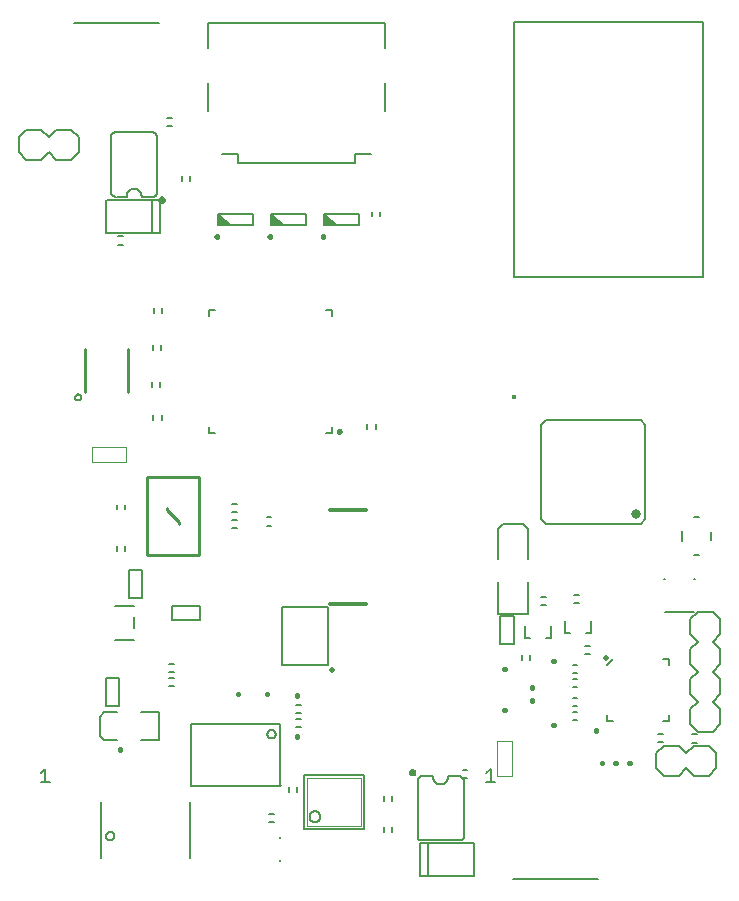
<source format=gbr>
G04 EAGLE Gerber RS-274X export*
G75*
%MOMM*%
%FSLAX34Y34*%
%LPD*%
%INSilkscreen Top*%
%IPPOS*%
%AMOC8*
5,1,8,0,0,1.08239X$1,22.5*%
G01*
%ADD10C,0.038100*%
%ADD11C,0.152400*%
%ADD12C,0.254000*%
%ADD13R,0.300000X0.400000*%
%ADD14C,0.127000*%
%ADD15C,0.800000*%
%ADD16C,0.250000*%
%ADD17C,0.200000*%
%ADD18C,0.203200*%
%ADD19C,0.406400*%
%ADD20C,0.508000*%
%ADD21R,0.200000X0.200000*%
%ADD22C,0.500000*%
%ADD23C,0.304800*%
%ADD24C,0.050800*%

G36*
X165520Y571730D02*
X165520Y571730D01*
X165522Y571732D01*
X165523Y571731D01*
X166194Y571966D01*
X166195Y571967D01*
X166196Y571967D01*
X166798Y572345D01*
X166799Y572347D01*
X166801Y572347D01*
X167303Y572849D01*
X167303Y572851D01*
X167305Y572852D01*
X167683Y573454D01*
X167683Y573455D01*
X167684Y573456D01*
X167919Y574127D01*
X167919Y574129D01*
X167920Y574130D01*
X167999Y574836D01*
X167999Y574837D01*
X167998Y574838D01*
X167999Y574839D01*
X167920Y575545D01*
X167918Y575547D01*
X167919Y575548D01*
X167684Y576219D01*
X167683Y576220D01*
X167683Y576221D01*
X167305Y576823D01*
X167303Y576824D01*
X167303Y576826D01*
X166801Y577328D01*
X166799Y577328D01*
X166798Y577330D01*
X166196Y577708D01*
X166195Y577708D01*
X166194Y577709D01*
X165523Y577944D01*
X165521Y577944D01*
X165520Y577945D01*
X164814Y578024D01*
X164812Y578023D01*
X164811Y578024D01*
X164105Y577945D01*
X164103Y577943D01*
X164102Y577944D01*
X163431Y577709D01*
X163430Y577708D01*
X163429Y577708D01*
X162827Y577330D01*
X162826Y577328D01*
X162824Y577328D01*
X162322Y576826D01*
X162322Y576824D01*
X162320Y576823D01*
X161942Y576221D01*
X161942Y576220D01*
X161941Y576219D01*
X161706Y575548D01*
X161707Y575546D01*
X161705Y575545D01*
X161626Y574839D01*
X161627Y574837D01*
X161626Y574836D01*
X161705Y574130D01*
X161707Y574128D01*
X161706Y574127D01*
X161941Y573456D01*
X161942Y573455D01*
X161942Y573454D01*
X162320Y572852D01*
X162322Y572851D01*
X162322Y572849D01*
X162824Y572347D01*
X162826Y572347D01*
X162827Y572345D01*
X163429Y571967D01*
X163430Y571967D01*
X163431Y571966D01*
X164102Y571731D01*
X164104Y571732D01*
X164105Y571730D01*
X164811Y571651D01*
X164813Y571652D01*
X164814Y571651D01*
X165520Y571730D01*
G37*
G36*
X377895Y87055D02*
X377895Y87055D01*
X377897Y87057D01*
X377898Y87056D01*
X378569Y87291D01*
X378570Y87292D01*
X378571Y87292D01*
X379173Y87670D01*
X379174Y87672D01*
X379176Y87672D01*
X379678Y88174D01*
X379678Y88176D01*
X379680Y88177D01*
X380058Y88779D01*
X380058Y88780D01*
X380059Y88781D01*
X380294Y89452D01*
X380294Y89454D01*
X380295Y89455D01*
X380374Y90161D01*
X380374Y90162D01*
X380373Y90163D01*
X380374Y90164D01*
X380295Y90870D01*
X380293Y90872D01*
X380294Y90873D01*
X380059Y91544D01*
X380058Y91545D01*
X380058Y91546D01*
X379680Y92148D01*
X379678Y92149D01*
X379678Y92151D01*
X379176Y92653D01*
X379174Y92653D01*
X379173Y92655D01*
X378571Y93033D01*
X378570Y93033D01*
X378569Y93034D01*
X377898Y93269D01*
X377896Y93269D01*
X377895Y93270D01*
X377189Y93349D01*
X377187Y93348D01*
X377186Y93349D01*
X376480Y93270D01*
X376478Y93268D01*
X376477Y93269D01*
X375806Y93034D01*
X375805Y93033D01*
X375804Y93033D01*
X375202Y92655D01*
X375201Y92653D01*
X375199Y92653D01*
X374697Y92151D01*
X374697Y92149D01*
X374695Y92148D01*
X374317Y91546D01*
X374317Y91545D01*
X374316Y91544D01*
X374081Y90873D01*
X374082Y90871D01*
X374080Y90870D01*
X374001Y90164D01*
X374002Y90162D01*
X374001Y90161D01*
X374080Y89455D01*
X374082Y89453D01*
X374081Y89452D01*
X374316Y88781D01*
X374317Y88780D01*
X374317Y88779D01*
X374695Y88177D01*
X374697Y88176D01*
X374697Y88174D01*
X375199Y87672D01*
X375201Y87672D01*
X375202Y87670D01*
X375804Y87292D01*
X375805Y87292D01*
X375806Y87291D01*
X376477Y87056D01*
X376479Y87057D01*
X376480Y87055D01*
X377186Y86976D01*
X377188Y86977D01*
X377189Y86976D01*
X377895Y87055D01*
G37*
D10*
X460840Y116583D02*
X460840Y87119D01*
X448648Y87119D01*
X448648Y116583D01*
X460840Y116583D01*
X134788Y353490D02*
X105324Y353490D01*
X105324Y365682D01*
X134788Y365682D01*
X134788Y353490D01*
D11*
X91286Y407968D02*
X91288Y408068D01*
X91294Y408169D01*
X91304Y408268D01*
X91318Y408368D01*
X91335Y408467D01*
X91357Y408565D01*
X91383Y408662D01*
X91412Y408758D01*
X91445Y408852D01*
X91482Y408946D01*
X91522Y409038D01*
X91566Y409128D01*
X91614Y409216D01*
X91665Y409303D01*
X91719Y409387D01*
X91777Y409469D01*
X91838Y409549D01*
X91902Y409626D01*
X91969Y409701D01*
X92039Y409773D01*
X92112Y409842D01*
X92187Y409908D01*
X92265Y409972D01*
X92345Y410032D01*
X92428Y410089D01*
X92513Y410142D01*
X92600Y410192D01*
X92689Y410239D01*
X92779Y410282D01*
X92871Y410322D01*
X92965Y410358D01*
X93060Y410390D01*
X93156Y410418D01*
X93254Y410443D01*
X93352Y410463D01*
X93451Y410480D01*
X93551Y410493D01*
X93650Y410502D01*
X93751Y410507D01*
X93851Y410508D01*
X93951Y410505D01*
X94052Y410498D01*
X94151Y410487D01*
X94251Y410472D01*
X94349Y410454D01*
X94447Y410431D01*
X94544Y410404D01*
X94639Y410374D01*
X94734Y410340D01*
X94827Y410302D01*
X94918Y410261D01*
X95008Y410216D01*
X95096Y410168D01*
X95182Y410116D01*
X95266Y410061D01*
X95347Y410002D01*
X95426Y409940D01*
X95503Y409876D01*
X95577Y409808D01*
X95648Y409737D01*
X95717Y409664D01*
X95782Y409588D01*
X95845Y409509D01*
X95904Y409428D01*
X95960Y409345D01*
X96013Y409260D01*
X96062Y409172D01*
X96108Y409083D01*
X96150Y408992D01*
X96189Y408899D01*
X96224Y408805D01*
X96255Y408710D01*
X96283Y408613D01*
X96306Y408516D01*
X96326Y408417D01*
X96342Y408318D01*
X96354Y408219D01*
X96362Y408118D01*
X96366Y408018D01*
X96366Y407918D01*
X96362Y407818D01*
X96354Y407717D01*
X96342Y407618D01*
X96326Y407519D01*
X96306Y407420D01*
X96283Y407323D01*
X96255Y407226D01*
X96224Y407131D01*
X96189Y407037D01*
X96150Y406944D01*
X96108Y406853D01*
X96062Y406764D01*
X96013Y406676D01*
X95960Y406591D01*
X95904Y406508D01*
X95845Y406427D01*
X95782Y406348D01*
X95717Y406272D01*
X95648Y406199D01*
X95577Y406128D01*
X95503Y406060D01*
X95426Y405996D01*
X95347Y405934D01*
X95266Y405875D01*
X95182Y405820D01*
X95096Y405768D01*
X95008Y405720D01*
X94918Y405675D01*
X94827Y405634D01*
X94734Y405596D01*
X94639Y405562D01*
X94544Y405532D01*
X94447Y405505D01*
X94349Y405482D01*
X94251Y405464D01*
X94151Y405449D01*
X94052Y405438D01*
X93951Y405431D01*
X93851Y405428D01*
X93751Y405429D01*
X93650Y405434D01*
X93551Y405443D01*
X93451Y405456D01*
X93352Y405473D01*
X93254Y405493D01*
X93156Y405518D01*
X93060Y405546D01*
X92965Y405578D01*
X92871Y405614D01*
X92779Y405654D01*
X92689Y405697D01*
X92600Y405744D01*
X92513Y405794D01*
X92428Y405847D01*
X92345Y405904D01*
X92265Y405964D01*
X92187Y406028D01*
X92112Y406094D01*
X92039Y406163D01*
X91969Y406235D01*
X91902Y406310D01*
X91838Y406387D01*
X91777Y406467D01*
X91719Y406549D01*
X91665Y406633D01*
X91614Y406720D01*
X91566Y406808D01*
X91522Y406898D01*
X91482Y406990D01*
X91445Y407084D01*
X91412Y407178D01*
X91383Y407274D01*
X91357Y407371D01*
X91335Y407469D01*
X91318Y407568D01*
X91304Y407668D01*
X91294Y407767D01*
X91288Y407868D01*
X91286Y407968D01*
D12*
X136498Y412794D02*
X136498Y448862D01*
X99414Y448862D02*
X99414Y412794D01*
D11*
X439508Y89487D02*
X443237Y93216D01*
X443237Y82030D01*
X446965Y82030D02*
X439508Y82030D01*
X66047Y93216D02*
X62318Y89487D01*
X66047Y93216D02*
X66047Y82030D01*
X69775Y82030D02*
X62318Y82030D01*
D13*
X463042Y407924D03*
D14*
X462788Y725678D02*
X622808Y725678D01*
X622808Y509778D01*
X462788Y509778D01*
X462788Y725678D01*
X574098Y304678D02*
X570098Y300678D01*
X574098Y304678D02*
X574098Y384678D01*
X570098Y388678D01*
X490098Y388678D01*
X486098Y384678D01*
X486098Y304678D01*
X490098Y300678D01*
X570098Y300678D01*
D15*
X566098Y308678D03*
D16*
X313806Y378996D02*
X313808Y379066D01*
X313814Y379136D01*
X313824Y379205D01*
X313837Y379274D01*
X313855Y379342D01*
X313876Y379409D01*
X313901Y379474D01*
X313930Y379538D01*
X313962Y379601D01*
X313998Y379661D01*
X314037Y379719D01*
X314079Y379775D01*
X314124Y379829D01*
X314172Y379880D01*
X314223Y379928D01*
X314277Y379973D01*
X314333Y380015D01*
X314391Y380054D01*
X314451Y380090D01*
X314514Y380122D01*
X314578Y380151D01*
X314643Y380176D01*
X314710Y380197D01*
X314778Y380215D01*
X314847Y380228D01*
X314916Y380238D01*
X314986Y380244D01*
X315056Y380246D01*
X315126Y380244D01*
X315196Y380238D01*
X315265Y380228D01*
X315334Y380215D01*
X315402Y380197D01*
X315469Y380176D01*
X315534Y380151D01*
X315598Y380122D01*
X315661Y380090D01*
X315721Y380054D01*
X315779Y380015D01*
X315835Y379973D01*
X315889Y379928D01*
X315940Y379880D01*
X315988Y379829D01*
X316033Y379775D01*
X316075Y379719D01*
X316114Y379661D01*
X316150Y379601D01*
X316182Y379538D01*
X316211Y379474D01*
X316236Y379409D01*
X316257Y379342D01*
X316275Y379274D01*
X316288Y379205D01*
X316298Y379136D01*
X316304Y379066D01*
X316306Y378996D01*
X316304Y378926D01*
X316298Y378856D01*
X316288Y378787D01*
X316275Y378718D01*
X316257Y378650D01*
X316236Y378583D01*
X316211Y378518D01*
X316182Y378454D01*
X316150Y378391D01*
X316114Y378331D01*
X316075Y378273D01*
X316033Y378217D01*
X315988Y378163D01*
X315940Y378112D01*
X315889Y378064D01*
X315835Y378019D01*
X315779Y377977D01*
X315721Y377938D01*
X315661Y377902D01*
X315598Y377870D01*
X315534Y377841D01*
X315469Y377816D01*
X315402Y377795D01*
X315334Y377777D01*
X315265Y377764D01*
X315196Y377754D01*
X315126Y377748D01*
X315056Y377746D01*
X314986Y377748D01*
X314916Y377754D01*
X314847Y377764D01*
X314778Y377777D01*
X314710Y377795D01*
X314643Y377816D01*
X314578Y377841D01*
X314514Y377870D01*
X314451Y377902D01*
X314391Y377938D01*
X314333Y377977D01*
X314277Y378019D01*
X314223Y378064D01*
X314172Y378112D01*
X314124Y378163D01*
X314079Y378217D01*
X314037Y378273D01*
X313998Y378331D01*
X313962Y378391D01*
X313930Y378454D01*
X313901Y378518D01*
X313876Y378583D01*
X313855Y378650D01*
X313837Y378718D01*
X313824Y378787D01*
X313814Y378856D01*
X313808Y378926D01*
X313806Y378996D01*
D17*
X209556Y481496D02*
X204556Y481496D01*
X308556Y382496D02*
X308556Y377496D01*
X308556Y476496D02*
X308556Y481496D01*
X204556Y481496D02*
X204556Y476496D01*
X204556Y382496D02*
X204556Y377496D01*
X209556Y377496D01*
X303556Y377496D02*
X308556Y377496D01*
X308556Y481496D02*
X303556Y481496D01*
D12*
X179166Y302406D02*
X179166Y300406D01*
X196166Y274406D02*
X196166Y340406D01*
X196166Y274406D02*
X152166Y274406D01*
X152166Y340406D02*
X196166Y340406D01*
X152166Y340406D02*
X152166Y274406D01*
X179166Y302406D02*
X169166Y312406D01*
X169166Y314406D01*
D17*
X253594Y299166D02*
X257594Y299166D01*
X257594Y306166D02*
X253594Y306166D01*
X126556Y312996D02*
X126556Y316996D01*
X133556Y316996D02*
X133556Y312996D01*
X133556Y281996D02*
X133556Y277996D01*
X126556Y277996D02*
X126556Y281996D01*
X345806Y381406D02*
X345806Y385406D01*
X338806Y385406D02*
X338806Y381406D01*
X164806Y479406D02*
X164806Y483406D01*
X157806Y483406D02*
X157806Y479406D01*
X164056Y451996D02*
X164056Y447996D01*
X157056Y447996D02*
X157056Y451996D01*
X156556Y420996D02*
X156556Y416996D01*
X163556Y416996D02*
X163556Y420996D01*
X164556Y392996D02*
X164556Y388996D01*
X157556Y388996D02*
X157556Y392996D01*
X224166Y310906D02*
X228166Y310906D01*
X228166Y317906D02*
X224166Y317906D01*
X224166Y296906D02*
X228166Y296906D01*
X228166Y303906D02*
X224166Y303906D01*
D11*
X148356Y261522D02*
X148356Y237628D01*
X136680Y237628D01*
X136680Y261522D02*
X148356Y261522D01*
X136680Y261522D02*
X136680Y237628D01*
X173128Y219144D02*
X197022Y219144D01*
X173128Y219144D02*
X173128Y230820D01*
X197022Y230820D02*
X197022Y219144D01*
X197022Y230820D02*
X173128Y230820D01*
D18*
X141184Y202264D02*
X125056Y202264D01*
X125056Y231496D02*
X141184Y231496D01*
X141184Y221496D02*
X141184Y212424D01*
D17*
X449056Y224746D02*
X475056Y224746D01*
X475056Y270746D02*
X475056Y296246D01*
X470556Y300746D01*
X449056Y296246D02*
X449056Y270746D01*
X453556Y300746D02*
X470556Y300746D01*
X453556Y300746D02*
X449056Y296246D01*
X449056Y251746D02*
X449056Y224746D01*
X475056Y224746D02*
X475056Y251746D01*
D11*
X451152Y222734D02*
X451152Y198840D01*
X451152Y222734D02*
X462828Y222734D01*
X462828Y198840D02*
X451152Y198840D01*
X462828Y198840D02*
X462828Y222734D01*
D16*
X210036Y543966D02*
X210038Y544035D01*
X210044Y544104D01*
X210054Y544172D01*
X210068Y544240D01*
X210085Y544307D01*
X210107Y544373D01*
X210132Y544437D01*
X210161Y544500D01*
X210194Y544561D01*
X210230Y544620D01*
X210269Y544677D01*
X210312Y544731D01*
X210357Y544783D01*
X210406Y544833D01*
X210457Y544879D01*
X210511Y544922D01*
X210568Y544963D01*
X210626Y544999D01*
X210687Y545033D01*
X210749Y545063D01*
X210813Y545089D01*
X210878Y545111D01*
X210945Y545130D01*
X211013Y545145D01*
X211081Y545156D01*
X211150Y545163D01*
X211219Y545166D01*
X211288Y545165D01*
X211357Y545160D01*
X211425Y545151D01*
X211493Y545138D01*
X211560Y545121D01*
X211627Y545101D01*
X211691Y545076D01*
X211754Y545048D01*
X211816Y545017D01*
X211875Y544981D01*
X211933Y544943D01*
X211988Y544901D01*
X212041Y544856D01*
X212091Y544808D01*
X212138Y544758D01*
X212182Y544704D01*
X212223Y544649D01*
X212261Y544591D01*
X212295Y544531D01*
X212326Y544469D01*
X212353Y544405D01*
X212376Y544340D01*
X212396Y544274D01*
X212412Y544206D01*
X212424Y544138D01*
X212432Y544070D01*
X212436Y544001D01*
X212436Y543931D01*
X212432Y543862D01*
X212424Y543794D01*
X212412Y543726D01*
X212396Y543658D01*
X212376Y543592D01*
X212353Y543527D01*
X212326Y543463D01*
X212295Y543401D01*
X212261Y543341D01*
X212223Y543283D01*
X212182Y543228D01*
X212138Y543174D01*
X212091Y543124D01*
X212041Y543076D01*
X211988Y543031D01*
X211933Y542989D01*
X211875Y542951D01*
X211816Y542915D01*
X211754Y542884D01*
X211691Y542856D01*
X211627Y542831D01*
X211560Y542811D01*
X211493Y542794D01*
X211425Y542781D01*
X211357Y542772D01*
X211288Y542767D01*
X211219Y542766D01*
X211150Y542769D01*
X211081Y542776D01*
X211013Y542787D01*
X210945Y542802D01*
X210878Y542821D01*
X210813Y542843D01*
X210749Y542869D01*
X210687Y542899D01*
X210626Y542933D01*
X210568Y542969D01*
X210511Y543010D01*
X210457Y543053D01*
X210406Y543099D01*
X210357Y543149D01*
X210312Y543201D01*
X210269Y543255D01*
X210230Y543312D01*
X210194Y543371D01*
X210161Y543432D01*
X210132Y543495D01*
X210107Y543559D01*
X210085Y543625D01*
X210068Y543692D01*
X210054Y543760D01*
X210044Y543828D01*
X210038Y543897D01*
X210036Y543966D01*
D17*
X214056Y553496D02*
X212056Y555496D01*
X212056Y557496D02*
X216056Y553496D01*
X218056Y553496D02*
X212056Y559496D01*
X212056Y563496D02*
X242056Y563496D01*
X220056Y553496D02*
X212056Y561496D01*
X212056Y563496D02*
X222056Y553496D01*
X212056Y553496D02*
X212056Y563496D01*
X242056Y563496D02*
X242056Y553496D01*
X212056Y553496D01*
D16*
X255036Y543966D02*
X255038Y544035D01*
X255044Y544104D01*
X255054Y544172D01*
X255068Y544240D01*
X255085Y544307D01*
X255107Y544373D01*
X255132Y544437D01*
X255161Y544500D01*
X255194Y544561D01*
X255230Y544620D01*
X255269Y544677D01*
X255312Y544731D01*
X255357Y544783D01*
X255406Y544833D01*
X255457Y544879D01*
X255511Y544922D01*
X255568Y544963D01*
X255626Y544999D01*
X255687Y545033D01*
X255749Y545063D01*
X255813Y545089D01*
X255878Y545111D01*
X255945Y545130D01*
X256013Y545145D01*
X256081Y545156D01*
X256150Y545163D01*
X256219Y545166D01*
X256288Y545165D01*
X256357Y545160D01*
X256425Y545151D01*
X256493Y545138D01*
X256560Y545121D01*
X256627Y545101D01*
X256691Y545076D01*
X256754Y545048D01*
X256816Y545017D01*
X256875Y544981D01*
X256933Y544943D01*
X256988Y544901D01*
X257041Y544856D01*
X257091Y544808D01*
X257138Y544758D01*
X257182Y544704D01*
X257223Y544649D01*
X257261Y544591D01*
X257295Y544531D01*
X257326Y544469D01*
X257353Y544405D01*
X257376Y544340D01*
X257396Y544274D01*
X257412Y544206D01*
X257424Y544138D01*
X257432Y544070D01*
X257436Y544001D01*
X257436Y543931D01*
X257432Y543862D01*
X257424Y543794D01*
X257412Y543726D01*
X257396Y543658D01*
X257376Y543592D01*
X257353Y543527D01*
X257326Y543463D01*
X257295Y543401D01*
X257261Y543341D01*
X257223Y543283D01*
X257182Y543228D01*
X257138Y543174D01*
X257091Y543124D01*
X257041Y543076D01*
X256988Y543031D01*
X256933Y542989D01*
X256875Y542951D01*
X256816Y542915D01*
X256754Y542884D01*
X256691Y542856D01*
X256627Y542831D01*
X256560Y542811D01*
X256493Y542794D01*
X256425Y542781D01*
X256357Y542772D01*
X256288Y542767D01*
X256219Y542766D01*
X256150Y542769D01*
X256081Y542776D01*
X256013Y542787D01*
X255945Y542802D01*
X255878Y542821D01*
X255813Y542843D01*
X255749Y542869D01*
X255687Y542899D01*
X255626Y542933D01*
X255568Y542969D01*
X255511Y543010D01*
X255457Y543053D01*
X255406Y543099D01*
X255357Y543149D01*
X255312Y543201D01*
X255269Y543255D01*
X255230Y543312D01*
X255194Y543371D01*
X255161Y543432D01*
X255132Y543495D01*
X255107Y543559D01*
X255085Y543625D01*
X255068Y543692D01*
X255054Y543760D01*
X255044Y543828D01*
X255038Y543897D01*
X255036Y543966D01*
D17*
X259056Y553496D02*
X257056Y555496D01*
X257056Y557496D02*
X261056Y553496D01*
X263056Y553496D02*
X257056Y559496D01*
X257056Y563496D02*
X287056Y563496D01*
X265056Y553496D02*
X257056Y561496D01*
X257056Y563496D02*
X267056Y553496D01*
X257056Y553496D02*
X257056Y563496D01*
X287056Y563496D02*
X287056Y553496D01*
X257056Y553496D01*
D16*
X300036Y543966D02*
X300038Y544035D01*
X300044Y544104D01*
X300054Y544172D01*
X300068Y544240D01*
X300085Y544307D01*
X300107Y544373D01*
X300132Y544437D01*
X300161Y544500D01*
X300194Y544561D01*
X300230Y544620D01*
X300269Y544677D01*
X300312Y544731D01*
X300357Y544783D01*
X300406Y544833D01*
X300457Y544879D01*
X300511Y544922D01*
X300568Y544963D01*
X300626Y544999D01*
X300687Y545033D01*
X300749Y545063D01*
X300813Y545089D01*
X300878Y545111D01*
X300945Y545130D01*
X301013Y545145D01*
X301081Y545156D01*
X301150Y545163D01*
X301219Y545166D01*
X301288Y545165D01*
X301357Y545160D01*
X301425Y545151D01*
X301493Y545138D01*
X301560Y545121D01*
X301627Y545101D01*
X301691Y545076D01*
X301754Y545048D01*
X301816Y545017D01*
X301875Y544981D01*
X301933Y544943D01*
X301988Y544901D01*
X302041Y544856D01*
X302091Y544808D01*
X302138Y544758D01*
X302182Y544704D01*
X302223Y544649D01*
X302261Y544591D01*
X302295Y544531D01*
X302326Y544469D01*
X302353Y544405D01*
X302376Y544340D01*
X302396Y544274D01*
X302412Y544206D01*
X302424Y544138D01*
X302432Y544070D01*
X302436Y544001D01*
X302436Y543931D01*
X302432Y543862D01*
X302424Y543794D01*
X302412Y543726D01*
X302396Y543658D01*
X302376Y543592D01*
X302353Y543527D01*
X302326Y543463D01*
X302295Y543401D01*
X302261Y543341D01*
X302223Y543283D01*
X302182Y543228D01*
X302138Y543174D01*
X302091Y543124D01*
X302041Y543076D01*
X301988Y543031D01*
X301933Y542989D01*
X301875Y542951D01*
X301816Y542915D01*
X301754Y542884D01*
X301691Y542856D01*
X301627Y542831D01*
X301560Y542811D01*
X301493Y542794D01*
X301425Y542781D01*
X301357Y542772D01*
X301288Y542767D01*
X301219Y542766D01*
X301150Y542769D01*
X301081Y542776D01*
X301013Y542787D01*
X300945Y542802D01*
X300878Y542821D01*
X300813Y542843D01*
X300749Y542869D01*
X300687Y542899D01*
X300626Y542933D01*
X300568Y542969D01*
X300511Y543010D01*
X300457Y543053D01*
X300406Y543099D01*
X300357Y543149D01*
X300312Y543201D01*
X300269Y543255D01*
X300230Y543312D01*
X300194Y543371D01*
X300161Y543432D01*
X300132Y543495D01*
X300107Y543559D01*
X300085Y543625D01*
X300068Y543692D01*
X300054Y543760D01*
X300044Y543828D01*
X300038Y543897D01*
X300036Y543966D01*
D17*
X304056Y553496D02*
X302056Y555496D01*
X302056Y557496D02*
X306056Y553496D01*
X308056Y553496D02*
X302056Y559496D01*
X302056Y563496D02*
X332056Y563496D01*
X310056Y553496D02*
X302056Y561496D01*
X302056Y563496D02*
X312056Y553496D01*
X302056Y553496D02*
X302056Y563496D01*
X332056Y563496D02*
X332056Y553496D01*
X302056Y553496D01*
X354056Y703496D02*
X354056Y724996D01*
X354056Y673996D02*
X354056Y649996D01*
X354056Y724996D02*
X204056Y724996D01*
X328556Y613496D02*
X342056Y613496D01*
X328556Y613496D02*
X328556Y605996D01*
X204056Y703496D02*
X204056Y724996D01*
X204056Y673996D02*
X204056Y649996D01*
X229556Y605996D02*
X328556Y605996D01*
X229556Y605996D02*
X229556Y613496D01*
X216056Y613496D01*
X349556Y564996D02*
X349556Y560996D01*
X342556Y560996D02*
X342556Y564996D01*
D18*
X265100Y131000D02*
X189100Y131000D01*
X189100Y79000D01*
X265100Y79000D01*
D14*
X265100Y79250D02*
X265350Y79250D01*
D18*
X265100Y79250D02*
X265100Y131000D01*
X253988Y122780D02*
X253990Y122899D01*
X253996Y123019D01*
X254006Y123138D01*
X254020Y123256D01*
X254038Y123374D01*
X254059Y123492D01*
X254085Y123608D01*
X254114Y123724D01*
X254148Y123839D01*
X254185Y123952D01*
X254226Y124064D01*
X254270Y124175D01*
X254318Y124285D01*
X254370Y124392D01*
X254425Y124498D01*
X254484Y124602D01*
X254547Y124704D01*
X254612Y124803D01*
X254681Y124901D01*
X254753Y124996D01*
X254828Y125089D01*
X254907Y125179D01*
X254988Y125267D01*
X255072Y125351D01*
X255159Y125433D01*
X255248Y125512D01*
X255340Y125588D01*
X255435Y125661D01*
X255532Y125731D01*
X255631Y125797D01*
X255733Y125860D01*
X255836Y125920D01*
X255941Y125976D01*
X256048Y126029D01*
X256157Y126078D01*
X256268Y126124D01*
X256380Y126165D01*
X256493Y126203D01*
X256607Y126238D01*
X256723Y126268D01*
X256839Y126295D01*
X256956Y126317D01*
X257074Y126336D01*
X257193Y126351D01*
X257312Y126362D01*
X257431Y126369D01*
X257550Y126372D01*
X257670Y126371D01*
X257789Y126366D01*
X257908Y126357D01*
X258027Y126344D01*
X258145Y126327D01*
X258262Y126307D01*
X258379Y126282D01*
X258495Y126253D01*
X258610Y126221D01*
X258724Y126185D01*
X258837Y126145D01*
X258948Y126101D01*
X259057Y126054D01*
X259165Y126003D01*
X259272Y125949D01*
X259376Y125891D01*
X259478Y125829D01*
X259579Y125765D01*
X259677Y125696D01*
X259773Y125625D01*
X259866Y125551D01*
X259957Y125473D01*
X260045Y125393D01*
X260130Y125309D01*
X260213Y125223D01*
X260293Y125134D01*
X260370Y125043D01*
X260443Y124949D01*
X260514Y124852D01*
X260581Y124754D01*
X260645Y124653D01*
X260706Y124550D01*
X260763Y124445D01*
X260816Y124339D01*
X260866Y124230D01*
X260913Y124120D01*
X260955Y124009D01*
X260994Y123896D01*
X261030Y123782D01*
X261061Y123666D01*
X261088Y123550D01*
X261112Y123433D01*
X261132Y123315D01*
X261148Y123197D01*
X261160Y123078D01*
X261168Y122959D01*
X261172Y122840D01*
X261172Y122720D01*
X261168Y122601D01*
X261160Y122482D01*
X261148Y122363D01*
X261132Y122245D01*
X261112Y122127D01*
X261088Y122010D01*
X261061Y121894D01*
X261030Y121778D01*
X260994Y121664D01*
X260955Y121551D01*
X260913Y121440D01*
X260866Y121330D01*
X260816Y121221D01*
X260763Y121115D01*
X260706Y121010D01*
X260645Y120907D01*
X260581Y120806D01*
X260514Y120708D01*
X260443Y120611D01*
X260370Y120517D01*
X260293Y120426D01*
X260213Y120337D01*
X260130Y120251D01*
X260045Y120167D01*
X259957Y120087D01*
X259866Y120009D01*
X259773Y119935D01*
X259677Y119864D01*
X259579Y119795D01*
X259478Y119731D01*
X259376Y119669D01*
X259272Y119611D01*
X259165Y119557D01*
X259057Y119506D01*
X258948Y119459D01*
X258837Y119415D01*
X258724Y119375D01*
X258610Y119339D01*
X258495Y119307D01*
X258379Y119278D01*
X258262Y119253D01*
X258145Y119233D01*
X258027Y119216D01*
X257908Y119203D01*
X257789Y119194D01*
X257670Y119189D01*
X257550Y119188D01*
X257431Y119191D01*
X257312Y119198D01*
X257193Y119209D01*
X257074Y119224D01*
X256956Y119243D01*
X256839Y119265D01*
X256723Y119292D01*
X256607Y119322D01*
X256493Y119357D01*
X256380Y119395D01*
X256268Y119436D01*
X256157Y119482D01*
X256048Y119531D01*
X255941Y119584D01*
X255836Y119640D01*
X255733Y119700D01*
X255631Y119763D01*
X255532Y119829D01*
X255435Y119899D01*
X255340Y119972D01*
X255248Y120048D01*
X255159Y120127D01*
X255072Y120209D01*
X254988Y120293D01*
X254907Y120381D01*
X254828Y120471D01*
X254753Y120564D01*
X254681Y120659D01*
X254612Y120757D01*
X254547Y120856D01*
X254484Y120958D01*
X254425Y121062D01*
X254370Y121168D01*
X254318Y121275D01*
X254270Y121385D01*
X254226Y121496D01*
X254185Y121608D01*
X254148Y121721D01*
X254114Y121836D01*
X254085Y121952D01*
X254059Y122068D01*
X254038Y122186D01*
X254020Y122304D01*
X254006Y122422D01*
X253996Y122541D01*
X253990Y122661D01*
X253988Y122780D01*
D19*
X229450Y156345D02*
X229450Y156955D01*
X253550Y156955D02*
X253550Y156345D01*
D14*
X112900Y65500D02*
X112900Y17500D01*
X188900Y17500D02*
X188900Y65500D01*
X117295Y36500D02*
X117297Y36620D01*
X117303Y36740D01*
X117313Y36859D01*
X117327Y36978D01*
X117345Y37096D01*
X117366Y37214D01*
X117392Y37331D01*
X117422Y37448D01*
X117455Y37563D01*
X117492Y37677D01*
X117533Y37789D01*
X117578Y37900D01*
X117626Y38010D01*
X117678Y38118D01*
X117734Y38224D01*
X117793Y38328D01*
X117856Y38431D01*
X117921Y38531D01*
X117991Y38629D01*
X118063Y38724D01*
X118138Y38817D01*
X118217Y38908D01*
X118298Y38996D01*
X118383Y39081D01*
X118470Y39163D01*
X118560Y39242D01*
X118652Y39319D01*
X118747Y39392D01*
X118845Y39462D01*
X118944Y39528D01*
X119046Y39592D01*
X119150Y39652D01*
X119255Y39708D01*
X119363Y39761D01*
X119472Y39810D01*
X119583Y39856D01*
X119695Y39898D01*
X119809Y39936D01*
X119924Y39970D01*
X120040Y40001D01*
X120156Y40027D01*
X120274Y40050D01*
X120392Y40069D01*
X120511Y40084D01*
X120631Y40095D01*
X120750Y40102D01*
X120870Y40105D01*
X120990Y40104D01*
X121110Y40099D01*
X121229Y40090D01*
X121348Y40077D01*
X121467Y40060D01*
X121585Y40039D01*
X121702Y40015D01*
X121819Y39986D01*
X121934Y39954D01*
X122048Y39917D01*
X122161Y39877D01*
X122273Y39833D01*
X122383Y39786D01*
X122491Y39735D01*
X122598Y39680D01*
X122702Y39622D01*
X122805Y39560D01*
X122906Y39495D01*
X123004Y39427D01*
X123101Y39355D01*
X123194Y39281D01*
X123285Y39203D01*
X123374Y39122D01*
X123460Y39039D01*
X123543Y38952D01*
X123623Y38863D01*
X123700Y38771D01*
X123774Y38677D01*
X123844Y38580D01*
X123912Y38481D01*
X123976Y38380D01*
X124037Y38276D01*
X124094Y38171D01*
X124148Y38064D01*
X124198Y37955D01*
X124245Y37845D01*
X124288Y37733D01*
X124327Y37620D01*
X124362Y37505D01*
X124394Y37390D01*
X124421Y37273D01*
X124445Y37155D01*
X124465Y37037D01*
X124481Y36919D01*
X124493Y36799D01*
X124501Y36680D01*
X124505Y36560D01*
X124505Y36440D01*
X124501Y36320D01*
X124493Y36201D01*
X124481Y36081D01*
X124465Y35963D01*
X124445Y35845D01*
X124421Y35727D01*
X124394Y35610D01*
X124362Y35495D01*
X124327Y35380D01*
X124288Y35267D01*
X124245Y35155D01*
X124198Y35045D01*
X124148Y34936D01*
X124094Y34829D01*
X124037Y34724D01*
X123976Y34620D01*
X123912Y34519D01*
X123844Y34420D01*
X123774Y34323D01*
X123700Y34229D01*
X123623Y34137D01*
X123543Y34048D01*
X123460Y33961D01*
X123374Y33878D01*
X123285Y33797D01*
X123194Y33719D01*
X123101Y33645D01*
X123004Y33573D01*
X122906Y33505D01*
X122805Y33440D01*
X122703Y33378D01*
X122598Y33320D01*
X122491Y33265D01*
X122383Y33214D01*
X122273Y33167D01*
X122161Y33123D01*
X122048Y33083D01*
X121934Y33046D01*
X121819Y33014D01*
X121702Y32985D01*
X121585Y32961D01*
X121467Y32940D01*
X121348Y32923D01*
X121229Y32910D01*
X121110Y32901D01*
X120990Y32896D01*
X120870Y32895D01*
X120750Y32898D01*
X120631Y32905D01*
X120511Y32916D01*
X120392Y32931D01*
X120274Y32950D01*
X120156Y32973D01*
X120040Y32999D01*
X119924Y33030D01*
X119809Y33064D01*
X119695Y33102D01*
X119583Y33144D01*
X119472Y33190D01*
X119363Y33239D01*
X119255Y33292D01*
X119150Y33348D01*
X119046Y33408D01*
X118944Y33472D01*
X118845Y33538D01*
X118747Y33608D01*
X118652Y33681D01*
X118560Y33758D01*
X118470Y33837D01*
X118383Y33919D01*
X118298Y34004D01*
X118217Y34092D01*
X118138Y34183D01*
X118063Y34276D01*
X117991Y34371D01*
X117921Y34469D01*
X117856Y34569D01*
X117793Y34672D01*
X117734Y34776D01*
X117678Y34882D01*
X117626Y34990D01*
X117578Y35100D01*
X117533Y35211D01*
X117492Y35323D01*
X117455Y35437D01*
X117422Y35552D01*
X117392Y35669D01*
X117366Y35786D01*
X117345Y35904D01*
X117327Y36022D01*
X117313Y36141D01*
X117303Y36260D01*
X117297Y36380D01*
X117295Y36500D01*
X90700Y725150D02*
X162700Y725150D01*
X462000Y250D02*
X534000Y250D01*
D18*
X589000Y186270D02*
X594270Y186270D01*
X594270Y181000D01*
X594270Y139000D02*
X594270Y133730D01*
X589000Y133730D01*
X547000Y133730D02*
X541730Y133730D01*
X541730Y139000D01*
X541730Y181000D02*
X547000Y186270D01*
D20*
X541110Y186890D03*
D17*
X516500Y134500D02*
X512500Y134500D01*
X512500Y141500D02*
X516500Y141500D01*
X516500Y146500D02*
X512500Y146500D01*
X512500Y153500D02*
X516500Y153500D01*
X516500Y162500D02*
X512500Y162500D01*
X512500Y169500D02*
X516500Y169500D01*
X516500Y174500D02*
X512500Y174500D01*
X512500Y181500D02*
X516500Y181500D01*
D19*
X496805Y130500D02*
X496195Y130500D01*
X478000Y150695D02*
X478000Y151305D01*
X478000Y162195D02*
X478000Y162805D01*
X496195Y185000D02*
X496805Y185000D01*
X532000Y126305D02*
X532000Y125695D01*
X560195Y98500D02*
X560805Y98500D01*
X549305Y98500D02*
X548695Y98500D01*
X537805Y98500D02*
X537195Y98500D01*
D18*
X121537Y581632D02*
X121537Y628368D01*
X156653Y632178D02*
X156766Y632194D01*
X156880Y632205D01*
X156994Y632212D01*
X157108Y632216D01*
X157223Y632215D01*
X157337Y632211D01*
X157451Y632203D01*
X157565Y632191D01*
X157678Y632175D01*
X157790Y632155D01*
X157902Y632131D01*
X158013Y632104D01*
X158123Y632072D01*
X158232Y632037D01*
X158340Y631999D01*
X158446Y631956D01*
X158550Y631910D01*
X158654Y631861D01*
X158755Y631808D01*
X158854Y631752D01*
X158952Y631692D01*
X159047Y631629D01*
X159140Y631562D01*
X159231Y631493D01*
X159319Y631421D01*
X159405Y631345D01*
X159489Y631267D01*
X159569Y631186D01*
X159647Y631102D01*
X159722Y631015D01*
X159793Y630926D01*
X159862Y630835D01*
X159928Y630741D01*
X159990Y630646D01*
X160049Y630548D01*
X160105Y630448D01*
X160157Y630346D01*
X160206Y630243D01*
X160251Y630138D01*
X160292Y630031D01*
X160330Y629923D01*
X160365Y629814D01*
X160395Y629704D01*
X160422Y629593D01*
X160444Y629481D01*
X160463Y629368D01*
X121537Y581632D02*
X121554Y581502D01*
X121575Y581373D01*
X121600Y581244D01*
X121628Y581116D01*
X121661Y580989D01*
X121697Y580863D01*
X121738Y580738D01*
X121782Y580615D01*
X121829Y580493D01*
X121881Y580372D01*
X121935Y580253D01*
X121994Y580136D01*
X122056Y580021D01*
X122121Y579907D01*
X122190Y579795D01*
X122263Y579686D01*
X122338Y579579D01*
X122417Y579474D01*
X122499Y579372D01*
X122584Y579272D01*
X122671Y579175D01*
X122762Y579080D01*
X122856Y578988D01*
X122952Y578899D01*
X123051Y578813D01*
X123152Y578731D01*
X123256Y578651D01*
X123363Y578574D01*
X123471Y578501D01*
X123582Y578431D01*
X123695Y578364D01*
X123810Y578301D01*
X123926Y578241D01*
X124045Y578185D01*
X124165Y578132D01*
X124286Y578083D01*
X124409Y578038D01*
X124534Y577996D01*
X124659Y577958D01*
X124786Y577925D01*
X124913Y577894D01*
X125042Y577868D01*
X125171Y577846D01*
X125301Y577827D01*
X125431Y577813D01*
X125562Y577802D01*
X125693Y577796D01*
X125824Y577793D01*
X125955Y577794D01*
X126086Y577800D01*
X126216Y577809D01*
X126347Y577822D01*
X121537Y628368D02*
X121539Y628490D01*
X121545Y628612D01*
X121555Y628734D01*
X121568Y628855D01*
X121586Y628976D01*
X121607Y629096D01*
X121632Y629216D01*
X121661Y629335D01*
X121694Y629452D01*
X121731Y629569D01*
X121771Y629684D01*
X121815Y629798D01*
X121863Y629910D01*
X121914Y630021D01*
X121969Y630130D01*
X122027Y630238D01*
X122089Y630343D01*
X122154Y630447D01*
X122222Y630548D01*
X122293Y630647D01*
X122368Y630744D01*
X122446Y630838D01*
X122526Y630930D01*
X122610Y631019D01*
X122696Y631105D01*
X122785Y631189D01*
X122877Y631269D01*
X122971Y631347D01*
X123068Y631422D01*
X123167Y631493D01*
X123268Y631561D01*
X123372Y631626D01*
X123477Y631688D01*
X123585Y631746D01*
X123694Y631801D01*
X123805Y631852D01*
X123917Y631900D01*
X124031Y631944D01*
X124146Y631984D01*
X124263Y632021D01*
X124380Y632054D01*
X124499Y632083D01*
X124619Y632108D01*
X124739Y632129D01*
X124860Y632147D01*
X124981Y632160D01*
X125103Y632170D01*
X125225Y632176D01*
X125347Y632178D01*
X160463Y581633D02*
X160478Y581519D01*
X160490Y581405D01*
X160497Y581291D01*
X160501Y581177D01*
X160500Y581063D01*
X160496Y580948D01*
X160488Y580834D01*
X160476Y580721D01*
X160460Y580608D01*
X160440Y580495D01*
X160416Y580383D01*
X160389Y580272D01*
X160358Y580162D01*
X160323Y580053D01*
X160284Y579946D01*
X160242Y579839D01*
X160196Y579735D01*
X160146Y579632D01*
X160093Y579530D01*
X160037Y579431D01*
X159977Y579333D01*
X159914Y579238D01*
X159848Y579145D01*
X159778Y579054D01*
X159706Y578966D01*
X159630Y578880D01*
X159552Y578797D01*
X159471Y578716D01*
X159387Y578638D01*
X159301Y578564D01*
X159212Y578492D01*
X159120Y578423D01*
X159027Y578357D01*
X158931Y578295D01*
X158833Y578236D01*
X158733Y578180D01*
X158631Y578128D01*
X158528Y578080D01*
X158423Y578034D01*
X158316Y577993D01*
X158208Y577955D01*
X158099Y577921D01*
X157989Y577891D01*
X157878Y577864D01*
X157766Y577841D01*
X157653Y577822D01*
X160463Y581632D02*
X160463Y629368D01*
X156653Y632178D02*
X125347Y632178D01*
X134904Y578330D02*
X134906Y578488D01*
X134912Y578647D01*
X134922Y578805D01*
X134936Y578962D01*
X134953Y579120D01*
X134975Y579276D01*
X135000Y579433D01*
X135030Y579588D01*
X135063Y579743D01*
X135100Y579897D01*
X135141Y580050D01*
X135186Y580202D01*
X135235Y580352D01*
X135287Y580502D01*
X135343Y580650D01*
X135403Y580797D01*
X135466Y580942D01*
X135533Y581085D01*
X135603Y581227D01*
X135677Y581367D01*
X135755Y581505D01*
X135836Y581641D01*
X135920Y581775D01*
X136007Y581907D01*
X136098Y582037D01*
X136192Y582164D01*
X136289Y582289D01*
X136390Y582412D01*
X136493Y582532D01*
X136599Y582649D01*
X136708Y582764D01*
X136820Y582876D01*
X136935Y582985D01*
X137052Y583091D01*
X137172Y583194D01*
X137295Y583295D01*
X137420Y583392D01*
X137547Y583486D01*
X137677Y583577D01*
X137809Y583664D01*
X137943Y583748D01*
X138079Y583829D01*
X138217Y583907D01*
X138357Y583981D01*
X138499Y584051D01*
X138642Y584118D01*
X138787Y584181D01*
X138934Y584241D01*
X139082Y584297D01*
X139232Y584349D01*
X139382Y584398D01*
X139534Y584443D01*
X139687Y584484D01*
X139841Y584521D01*
X139996Y584554D01*
X140151Y584584D01*
X140308Y584609D01*
X140464Y584631D01*
X140622Y584648D01*
X140779Y584662D01*
X140937Y584672D01*
X141096Y584678D01*
X141254Y584680D01*
X141412Y584678D01*
X141571Y584672D01*
X141729Y584662D01*
X141886Y584648D01*
X142044Y584631D01*
X142200Y584609D01*
X142357Y584584D01*
X142512Y584554D01*
X142667Y584521D01*
X142821Y584484D01*
X142974Y584443D01*
X143126Y584398D01*
X143276Y584349D01*
X143426Y584297D01*
X143574Y584241D01*
X143721Y584181D01*
X143866Y584118D01*
X144009Y584051D01*
X144151Y583981D01*
X144291Y583907D01*
X144429Y583829D01*
X144565Y583748D01*
X144699Y583664D01*
X144831Y583577D01*
X144961Y583486D01*
X145088Y583392D01*
X145213Y583295D01*
X145336Y583194D01*
X145456Y583091D01*
X145573Y582985D01*
X145688Y582876D01*
X145800Y582764D01*
X145909Y582649D01*
X146015Y582532D01*
X146118Y582412D01*
X146219Y582289D01*
X146316Y582164D01*
X146410Y582037D01*
X146501Y581907D01*
X146588Y581775D01*
X146672Y581641D01*
X146753Y581505D01*
X146831Y581367D01*
X146905Y581227D01*
X146975Y581085D01*
X147042Y580942D01*
X147105Y580797D01*
X147165Y580650D01*
X147221Y580502D01*
X147273Y580352D01*
X147322Y580202D01*
X147367Y580050D01*
X147408Y579897D01*
X147445Y579743D01*
X147478Y579588D01*
X147508Y579433D01*
X147533Y579276D01*
X147555Y579120D01*
X147572Y578962D01*
X147586Y578805D01*
X147596Y578647D01*
X147602Y578488D01*
X147604Y578330D01*
X134904Y577822D02*
X126474Y577822D01*
X147604Y577822D02*
X157653Y577822D01*
X420463Y83368D02*
X420463Y36632D01*
X385347Y32822D02*
X385234Y32806D01*
X385120Y32795D01*
X385006Y32788D01*
X384892Y32784D01*
X384777Y32785D01*
X384663Y32789D01*
X384549Y32797D01*
X384435Y32809D01*
X384322Y32825D01*
X384210Y32845D01*
X384098Y32869D01*
X383987Y32896D01*
X383877Y32928D01*
X383768Y32963D01*
X383660Y33001D01*
X383554Y33044D01*
X383450Y33090D01*
X383346Y33139D01*
X383245Y33192D01*
X383146Y33248D01*
X383048Y33308D01*
X382953Y33371D01*
X382860Y33438D01*
X382769Y33507D01*
X382681Y33579D01*
X382595Y33655D01*
X382511Y33733D01*
X382431Y33814D01*
X382353Y33898D01*
X382278Y33985D01*
X382207Y34074D01*
X382138Y34165D01*
X382072Y34259D01*
X382010Y34354D01*
X381951Y34452D01*
X381895Y34552D01*
X381843Y34654D01*
X381794Y34757D01*
X381749Y34862D01*
X381708Y34969D01*
X381670Y35077D01*
X381635Y35186D01*
X381605Y35296D01*
X381578Y35407D01*
X381556Y35519D01*
X381537Y35632D01*
X420463Y83368D02*
X420446Y83498D01*
X420425Y83627D01*
X420400Y83756D01*
X420372Y83884D01*
X420339Y84011D01*
X420303Y84137D01*
X420262Y84262D01*
X420218Y84385D01*
X420171Y84507D01*
X420119Y84628D01*
X420065Y84747D01*
X420006Y84864D01*
X419944Y84979D01*
X419879Y85093D01*
X419810Y85205D01*
X419737Y85314D01*
X419662Y85421D01*
X419583Y85526D01*
X419501Y85628D01*
X419416Y85728D01*
X419329Y85825D01*
X419238Y85920D01*
X419144Y86012D01*
X419048Y86101D01*
X418949Y86187D01*
X418848Y86269D01*
X418744Y86349D01*
X418637Y86426D01*
X418529Y86499D01*
X418418Y86569D01*
X418305Y86636D01*
X418190Y86699D01*
X418074Y86759D01*
X417955Y86815D01*
X417835Y86868D01*
X417714Y86917D01*
X417591Y86962D01*
X417466Y87004D01*
X417341Y87042D01*
X417214Y87075D01*
X417087Y87106D01*
X416958Y87132D01*
X416829Y87154D01*
X416699Y87173D01*
X416569Y87187D01*
X416438Y87198D01*
X416307Y87204D01*
X416176Y87207D01*
X416045Y87206D01*
X415914Y87200D01*
X415784Y87191D01*
X415653Y87178D01*
X420463Y36632D02*
X420461Y36510D01*
X420455Y36388D01*
X420445Y36266D01*
X420432Y36145D01*
X420414Y36024D01*
X420393Y35904D01*
X420368Y35784D01*
X420339Y35665D01*
X420306Y35548D01*
X420269Y35431D01*
X420229Y35316D01*
X420185Y35202D01*
X420137Y35090D01*
X420086Y34979D01*
X420031Y34870D01*
X419973Y34762D01*
X419911Y34657D01*
X419846Y34553D01*
X419778Y34452D01*
X419707Y34353D01*
X419632Y34256D01*
X419554Y34162D01*
X419474Y34070D01*
X419390Y33981D01*
X419304Y33895D01*
X419215Y33811D01*
X419123Y33731D01*
X419029Y33653D01*
X418932Y33578D01*
X418833Y33507D01*
X418732Y33439D01*
X418628Y33374D01*
X418523Y33312D01*
X418415Y33254D01*
X418306Y33199D01*
X418195Y33148D01*
X418083Y33100D01*
X417969Y33056D01*
X417854Y33016D01*
X417737Y32979D01*
X417620Y32946D01*
X417501Y32917D01*
X417381Y32892D01*
X417261Y32871D01*
X417140Y32853D01*
X417019Y32840D01*
X416897Y32830D01*
X416775Y32824D01*
X416653Y32822D01*
X381537Y83367D02*
X381522Y83481D01*
X381510Y83595D01*
X381503Y83709D01*
X381499Y83823D01*
X381500Y83937D01*
X381504Y84052D01*
X381512Y84166D01*
X381524Y84279D01*
X381540Y84392D01*
X381560Y84505D01*
X381584Y84617D01*
X381611Y84728D01*
X381642Y84838D01*
X381677Y84947D01*
X381716Y85054D01*
X381758Y85161D01*
X381804Y85265D01*
X381854Y85368D01*
X381907Y85470D01*
X381963Y85569D01*
X382023Y85667D01*
X382086Y85762D01*
X382152Y85855D01*
X382222Y85946D01*
X382294Y86034D01*
X382370Y86120D01*
X382448Y86203D01*
X382529Y86284D01*
X382613Y86362D01*
X382699Y86436D01*
X382788Y86508D01*
X382880Y86577D01*
X382973Y86643D01*
X383069Y86705D01*
X383167Y86764D01*
X383267Y86820D01*
X383369Y86872D01*
X383472Y86920D01*
X383577Y86966D01*
X383684Y87007D01*
X383792Y87045D01*
X383901Y87079D01*
X384011Y87109D01*
X384122Y87136D01*
X384234Y87159D01*
X384347Y87178D01*
X381537Y83368D02*
X381537Y35632D01*
X385347Y32822D02*
X416653Y32822D01*
X407096Y86670D02*
X407094Y86512D01*
X407088Y86353D01*
X407078Y86195D01*
X407064Y86038D01*
X407047Y85880D01*
X407025Y85724D01*
X407000Y85567D01*
X406970Y85412D01*
X406937Y85257D01*
X406900Y85103D01*
X406859Y84950D01*
X406814Y84798D01*
X406765Y84648D01*
X406713Y84498D01*
X406657Y84350D01*
X406597Y84203D01*
X406534Y84058D01*
X406467Y83915D01*
X406397Y83773D01*
X406323Y83633D01*
X406245Y83495D01*
X406164Y83359D01*
X406080Y83225D01*
X405993Y83093D01*
X405902Y82963D01*
X405808Y82836D01*
X405711Y82711D01*
X405610Y82588D01*
X405507Y82468D01*
X405401Y82351D01*
X405292Y82236D01*
X405180Y82124D01*
X405065Y82015D01*
X404948Y81909D01*
X404828Y81806D01*
X404705Y81705D01*
X404580Y81608D01*
X404453Y81514D01*
X404323Y81423D01*
X404191Y81336D01*
X404057Y81252D01*
X403921Y81171D01*
X403783Y81093D01*
X403643Y81019D01*
X403501Y80949D01*
X403358Y80882D01*
X403213Y80819D01*
X403066Y80759D01*
X402918Y80703D01*
X402768Y80651D01*
X402618Y80602D01*
X402466Y80557D01*
X402313Y80516D01*
X402159Y80479D01*
X402004Y80446D01*
X401849Y80416D01*
X401692Y80391D01*
X401536Y80369D01*
X401378Y80352D01*
X401221Y80338D01*
X401063Y80328D01*
X400904Y80322D01*
X400746Y80320D01*
X400588Y80322D01*
X400429Y80328D01*
X400271Y80338D01*
X400114Y80352D01*
X399956Y80369D01*
X399800Y80391D01*
X399643Y80416D01*
X399488Y80446D01*
X399333Y80479D01*
X399179Y80516D01*
X399026Y80557D01*
X398874Y80602D01*
X398724Y80651D01*
X398574Y80703D01*
X398426Y80759D01*
X398279Y80819D01*
X398134Y80882D01*
X397991Y80949D01*
X397849Y81019D01*
X397709Y81093D01*
X397571Y81171D01*
X397435Y81252D01*
X397301Y81336D01*
X397169Y81423D01*
X397039Y81514D01*
X396912Y81608D01*
X396787Y81705D01*
X396664Y81806D01*
X396544Y81909D01*
X396427Y82015D01*
X396312Y82124D01*
X396200Y82236D01*
X396091Y82351D01*
X395985Y82468D01*
X395882Y82588D01*
X395781Y82711D01*
X395684Y82836D01*
X395590Y82963D01*
X395499Y83093D01*
X395412Y83225D01*
X395328Y83359D01*
X395247Y83495D01*
X395169Y83633D01*
X395095Y83773D01*
X395025Y83915D01*
X394958Y84058D01*
X394895Y84203D01*
X394835Y84350D01*
X394779Y84498D01*
X394727Y84648D01*
X394678Y84798D01*
X394633Y84950D01*
X394592Y85103D01*
X394555Y85257D01*
X394522Y85412D01*
X394492Y85567D01*
X394467Y85724D01*
X394445Y85880D01*
X394428Y86038D01*
X394414Y86195D01*
X394404Y86353D01*
X394398Y86512D01*
X394396Y86670D01*
X407096Y87178D02*
X415526Y87178D01*
X394396Y87178D02*
X384347Y87178D01*
D17*
X173000Y644500D02*
X169000Y644500D01*
X169000Y637500D02*
X173000Y637500D01*
X181500Y595000D02*
X181500Y591000D01*
X188500Y591000D02*
X188500Y595000D01*
X359500Y70500D02*
X359500Y66500D01*
X352500Y66500D02*
X352500Y70500D01*
X352500Y44000D02*
X352500Y40000D01*
X359500Y40000D02*
X359500Y44000D01*
D18*
X489730Y203750D02*
X494000Y203750D01*
X494000Y214290D01*
X476270Y203750D02*
X472000Y203750D01*
X472000Y214290D01*
X523730Y208000D02*
X528000Y208000D01*
X528000Y218540D01*
X510270Y208000D02*
X506000Y208000D01*
X506000Y218540D01*
D17*
X489750Y232000D02*
X485750Y232000D01*
X485750Y239000D02*
X489750Y239000D01*
X132000Y544250D02*
X128000Y544250D01*
X128000Y537250D02*
X132000Y537250D01*
X514000Y233500D02*
X518000Y233500D01*
X518000Y240500D02*
X514000Y240500D01*
X423500Y92500D02*
X419500Y92500D01*
X419500Y85500D02*
X423500Y85500D01*
X476500Y185750D02*
X476500Y189750D01*
X469500Y189750D02*
X469500Y185750D01*
X523000Y190500D02*
X527000Y190500D01*
X527000Y197500D02*
X523000Y197500D01*
D18*
X612300Y207350D02*
X612300Y220050D01*
X618650Y226400D01*
X631350Y226400D02*
X637700Y220050D01*
X612300Y181950D02*
X618650Y175600D01*
X612300Y181950D02*
X612300Y194650D01*
X618650Y201000D01*
X631350Y201000D02*
X637700Y194650D01*
X637700Y181950D01*
X631350Y175600D01*
X618650Y201000D02*
X612300Y207350D01*
X631350Y201000D02*
X637700Y207350D01*
X637700Y220050D01*
X612300Y143850D02*
X612300Y131150D01*
X612300Y143850D02*
X618650Y150200D01*
X631350Y150200D02*
X637700Y143850D01*
X618650Y150200D02*
X612300Y156550D01*
X612300Y169250D01*
X618650Y175600D01*
X631350Y175600D02*
X637700Y169250D01*
X637700Y156550D01*
X631350Y150200D01*
X631350Y124800D02*
X618650Y124800D01*
X612300Y131150D01*
X631350Y124800D02*
X637700Y131150D01*
X637700Y143850D01*
X631350Y226400D02*
X618650Y226400D01*
D17*
X589000Y123000D02*
X585000Y123000D01*
X585000Y116000D02*
X589000Y116000D01*
X614000Y122500D02*
X618000Y122500D01*
X618000Y115500D02*
X614000Y115500D01*
D21*
X265000Y15600D03*
X265000Y35100D03*
D14*
X305500Y181100D02*
X305500Y230100D01*
X266500Y230100D01*
X266500Y181100D01*
X305500Y181100D01*
D22*
X309000Y176600D03*
D23*
X307436Y312815D02*
X337436Y312815D01*
X337436Y232815D02*
X307436Y232815D01*
D11*
X285454Y42272D02*
X335746Y42272D01*
X335746Y87928D01*
X285454Y87928D01*
X285454Y42272D01*
D24*
X287740Y44558D02*
X333460Y44558D01*
X333460Y85642D01*
X287740Y85642D01*
X287740Y44558D01*
D11*
X289772Y52908D02*
X289774Y53043D01*
X289780Y53178D01*
X289790Y53312D01*
X289804Y53446D01*
X289822Y53580D01*
X289843Y53713D01*
X289869Y53845D01*
X289899Y53977D01*
X289932Y54108D01*
X289969Y54237D01*
X290011Y54366D01*
X290055Y54493D01*
X290104Y54619D01*
X290156Y54743D01*
X290212Y54866D01*
X290272Y54987D01*
X290335Y55106D01*
X290401Y55223D01*
X290471Y55338D01*
X290545Y55452D01*
X290622Y55563D01*
X290701Y55671D01*
X290785Y55777D01*
X290871Y55881D01*
X290960Y55982D01*
X291052Y56081D01*
X291147Y56176D01*
X291245Y56269D01*
X291345Y56359D01*
X291448Y56446D01*
X291554Y56530D01*
X291662Y56611D01*
X291772Y56688D01*
X291885Y56762D01*
X292000Y56833D01*
X292117Y56901D01*
X292235Y56965D01*
X292356Y57025D01*
X292478Y57082D01*
X292602Y57135D01*
X292728Y57185D01*
X292854Y57231D01*
X292983Y57273D01*
X293112Y57311D01*
X293242Y57345D01*
X293374Y57376D01*
X293506Y57403D01*
X293639Y57425D01*
X293772Y57444D01*
X293906Y57459D01*
X294041Y57470D01*
X294175Y57477D01*
X294310Y57480D01*
X294445Y57479D01*
X294580Y57474D01*
X294714Y57465D01*
X294849Y57452D01*
X294983Y57435D01*
X295116Y57414D01*
X295248Y57390D01*
X295380Y57361D01*
X295511Y57329D01*
X295641Y57292D01*
X295770Y57252D01*
X295897Y57208D01*
X296023Y57160D01*
X296148Y57109D01*
X296271Y57054D01*
X296393Y56995D01*
X296512Y56933D01*
X296630Y56867D01*
X296746Y56798D01*
X296859Y56726D01*
X296971Y56650D01*
X297080Y56571D01*
X297187Y56489D01*
X297291Y56403D01*
X297393Y56315D01*
X297492Y56223D01*
X297589Y56129D01*
X297682Y56032D01*
X297773Y55932D01*
X297861Y55830D01*
X297945Y55725D01*
X298027Y55617D01*
X298105Y55507D01*
X298180Y55395D01*
X298252Y55281D01*
X298320Y55165D01*
X298385Y55046D01*
X298446Y54926D01*
X298504Y54804D01*
X298558Y54681D01*
X298609Y54556D01*
X298655Y54429D01*
X298698Y54302D01*
X298738Y54173D01*
X298773Y54042D01*
X298805Y53911D01*
X298832Y53779D01*
X298856Y53647D01*
X298876Y53513D01*
X298892Y53379D01*
X298904Y53245D01*
X298912Y53110D01*
X298916Y52975D01*
X298916Y52841D01*
X298912Y52706D01*
X298904Y52571D01*
X298892Y52437D01*
X298876Y52303D01*
X298856Y52169D01*
X298832Y52037D01*
X298805Y51905D01*
X298773Y51774D01*
X298738Y51643D01*
X298698Y51514D01*
X298655Y51387D01*
X298609Y51260D01*
X298558Y51135D01*
X298504Y51012D01*
X298446Y50890D01*
X298385Y50770D01*
X298320Y50651D01*
X298252Y50535D01*
X298180Y50421D01*
X298105Y50309D01*
X298027Y50199D01*
X297945Y50091D01*
X297861Y49986D01*
X297773Y49884D01*
X297682Y49784D01*
X297589Y49687D01*
X297492Y49593D01*
X297393Y49501D01*
X297291Y49413D01*
X297187Y49327D01*
X297080Y49245D01*
X296971Y49166D01*
X296859Y49090D01*
X296746Y49018D01*
X296630Y48949D01*
X296512Y48883D01*
X296393Y48821D01*
X296271Y48762D01*
X296148Y48707D01*
X296023Y48656D01*
X295897Y48608D01*
X295770Y48564D01*
X295641Y48524D01*
X295511Y48487D01*
X295380Y48455D01*
X295248Y48426D01*
X295116Y48402D01*
X294983Y48381D01*
X294849Y48364D01*
X294714Y48351D01*
X294580Y48342D01*
X294445Y48337D01*
X294310Y48336D01*
X294175Y48339D01*
X294041Y48346D01*
X293906Y48357D01*
X293772Y48372D01*
X293639Y48391D01*
X293506Y48413D01*
X293374Y48440D01*
X293242Y48471D01*
X293112Y48505D01*
X292983Y48543D01*
X292854Y48585D01*
X292728Y48631D01*
X292602Y48681D01*
X292478Y48734D01*
X292356Y48791D01*
X292235Y48851D01*
X292117Y48915D01*
X292000Y48983D01*
X291885Y49054D01*
X291772Y49128D01*
X291662Y49205D01*
X291554Y49286D01*
X291448Y49370D01*
X291345Y49457D01*
X291245Y49547D01*
X291147Y49640D01*
X291052Y49735D01*
X290960Y49834D01*
X290871Y49935D01*
X290785Y50039D01*
X290701Y50145D01*
X290622Y50253D01*
X290545Y50364D01*
X290471Y50478D01*
X290401Y50593D01*
X290335Y50710D01*
X290272Y50829D01*
X290212Y50950D01*
X290156Y51073D01*
X290104Y51197D01*
X290055Y51323D01*
X290011Y51450D01*
X289969Y51579D01*
X289932Y51708D01*
X289899Y51839D01*
X289869Y51971D01*
X289843Y52103D01*
X289822Y52236D01*
X289804Y52370D01*
X289790Y52504D01*
X289780Y52638D01*
X289774Y52773D01*
X289772Y52908D01*
D14*
X155600Y575250D02*
X118000Y575250D01*
X156000Y575250D02*
X163500Y575250D01*
X163500Y547250D01*
X117500Y547250D01*
X117500Y575250D01*
X155600Y575250D02*
X156000Y575250D01*
X156000Y547750D01*
X390900Y2250D02*
X428500Y2250D01*
X390500Y2250D02*
X383000Y2250D01*
X383000Y30250D01*
X429000Y30250D01*
X429000Y2250D01*
X390900Y2250D02*
X390500Y2250D01*
X390500Y29750D01*
D18*
X615150Y87300D02*
X627850Y87300D01*
X615150Y87300D02*
X608800Y93650D01*
X608800Y106350D02*
X615150Y112700D01*
X608800Y93650D02*
X602450Y87300D01*
X589750Y87300D01*
X583400Y93650D01*
X583400Y106350D02*
X589750Y112700D01*
X602450Y112700D01*
X608800Y106350D01*
X634200Y106350D02*
X634200Y93650D01*
X627850Y87300D01*
X634200Y106350D02*
X627850Y112700D01*
X615150Y112700D01*
X583400Y106350D02*
X583400Y93650D01*
D17*
X272000Y78000D02*
X272000Y74000D01*
X279000Y74000D02*
X279000Y78000D01*
X259500Y48000D02*
X255500Y48000D01*
X255500Y55000D02*
X259500Y55000D01*
X278500Y140250D02*
X282500Y140250D01*
X282500Y147250D02*
X278500Y147250D01*
X278500Y128500D02*
X282500Y128500D01*
X282500Y135500D02*
X278500Y135500D01*
D19*
X454695Y143000D02*
X455305Y143000D01*
X455305Y178000D02*
X454695Y178000D01*
X279500Y120805D02*
X279500Y120195D01*
X279250Y155195D02*
X279250Y155805D01*
D11*
X128852Y146572D02*
X128852Y170466D01*
X128852Y146572D02*
X117176Y146572D01*
X117176Y170466D02*
X128852Y170466D01*
X117176Y170466D02*
X117176Y146572D01*
D18*
X147000Y141500D02*
X162000Y141500D01*
X162000Y117500D01*
X147000Y117500D01*
X127000Y141500D02*
X116000Y141500D01*
X112000Y137500D01*
X112000Y121500D01*
X116000Y117500D01*
X127000Y117500D01*
D19*
X129500Y109805D02*
X129500Y109195D01*
D14*
X629500Y287500D02*
X629500Y293500D01*
X619500Y306500D02*
X615500Y306500D01*
X615500Y274500D02*
X619500Y274500D01*
X605500Y286500D02*
X605500Y294500D01*
D18*
X88100Y609050D02*
X75400Y609050D01*
X69050Y615400D01*
X69050Y628100D02*
X75400Y634450D01*
X69050Y615400D02*
X62700Y609050D01*
X50000Y609050D01*
X43650Y615400D01*
X43650Y628100D02*
X50000Y634450D01*
X62700Y634450D01*
X69050Y628100D01*
X94450Y628100D02*
X94450Y615400D01*
X88100Y609050D01*
X94450Y628100D02*
X88100Y634450D01*
X75400Y634450D01*
X43650Y628100D02*
X43650Y615400D01*
D17*
X591000Y226250D02*
X615000Y226250D01*
X591000Y254250D02*
X590000Y254250D01*
X615000Y254250D02*
X616000Y254250D01*
X175000Y163500D02*
X171000Y163500D01*
X171000Y170500D02*
X175000Y170500D01*
X175000Y182000D02*
X171000Y182000D01*
X171000Y175000D02*
X175000Y175000D01*
M02*

</source>
